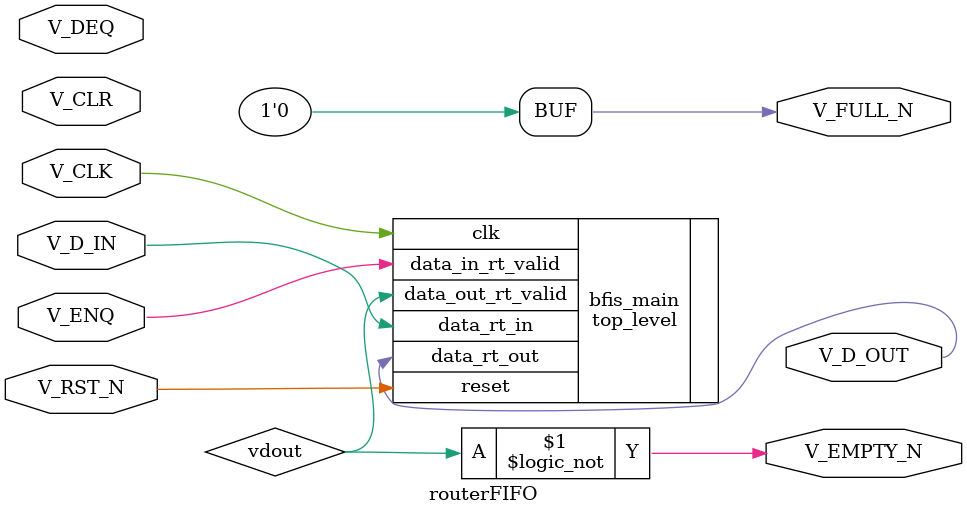
<source format=sv>
module routerFIFO(V_CLK, V_RST_N, V_D_IN, V_ENQ, V_FULL_N, V_D_OUT, V_DEQ, V_EMPTY_N, V_CLR);
    parameter V_P1WIDTH = 1; // data width
    parameter V_P2DEPTH = 3;
    parameter V_P3CNTR_WIDTH = 1; // log(p2depth-1)
    // The -1 is allowed since this model has a fast output register
    parameter V_GUARDED = 1;
    input V_CLK;
    input V_RST_N;
    input V_CLR;
    input [V_P1WIDTH - 1 : 0] V_D_IN;
    input V_ENQ;
    input V_DEQ;
    output V_FULL_N;
    output V_EMPTY_N;
    output [V_P1WIDTH - 1 : 0] V_D_OUT;

    logic vdout;

    top_level bfis_main (
        .clk(V_CLK),
        .reset(V_RST_N),
        .data_rt_in(V_D_IN),
        .data_in_rt_valid(V_ENQ),
        .data_rt_out(V_D_OUT),
        .data_out_rt_valid(vdout)
    );



    // assign V_D_OUT = 8;
    assign V_EMPTY_N = !vdout;
    assign V_FULL_N = 0;
endmodule

</source>
